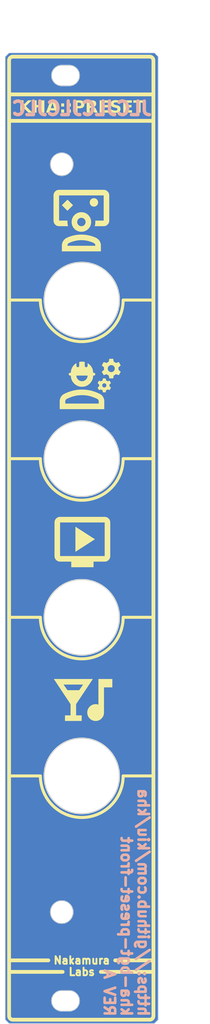
<source format=kicad_pcb>
(kicad_pcb (version 20221018) (generator pcbnew)
  (layers (0 "F.Cu" signal) (31 "B.Cu" signal) (34 "B.Paste" user) (35 "F.Paste" user) (36 "B.SilkS" user "B.Silkscreen") (37 "F.SilkS" user "F.Silkscreen") (38 "B.Mask" user) (39 "F.Mask" user) (44 "Edge.Cuts" user))
  (net 0 "")
  (gr_poly (pts (xy 72.951262 41.906684) (xy 72.98843 41.909234) (xy 73.024911 41.913484) (xy 73.060704 41.919435) (xy 73.095811 41.927086) (xy 73.13023 41.936436) (xy 73.163962 41.947487) (xy 73.197006 41.960239) (xy 73.229363 41.97469) (xy 73.261033 41.990841) (xy 73.292016 42.008693) (xy 73.322311 42.028245) (xy 73.351919 42.049497) (xy 73.38084 42.072449) (xy 73.409074 42.097101) (xy 73.43662 42.123453) (xy 73.462972 42.151) (xy 73.487624 42.179233) (xy 73.510576 42.208154) (xy 73.531828 42.237762) (xy 73.55138 42.268057) (xy 73.569232 42.29904) (xy 73.585383 42.33071) (xy 73.599835 42.363067) (xy 73.612586 42.396111) (xy 73.623637 42.429843) (xy 73.632988 42.464262) (xy 73.640638 42.499368) (xy 73.646589 42.535162) (xy 73.650839 42.571643) (xy 73.653389 42.608811) (xy 73.654239 42.646667) (xy 73.654239 45.980417) (xy 73.653389 46.018272) (xy 73.650839 46.055441) (xy 73.646589 46.091922) (xy 73.640638 46.127715) (xy 73.632988 46.162822) (xy 73.623637 46.197241) (xy 73.612586 46.230973) (xy 73.599835 46.264017) (xy 73.585383 46.296374) (xy 73.569232 46.328044) (xy 73.55138 46.359027) (xy 73.531828 46.389322) (xy 73.510576 46.41893) (xy 73.487624 46.447851) (xy 73.462972 46.476084) (xy 73.43662 46.503631) (xy 73.409074 46.529983) (xy 73.38084 46.554635) (xy 73.351919 46.577587) (xy 73.322311 46.598839) (xy 73.292016 46.618391) (xy 73.261033 46.636242) (xy 73.229363 46.652394) (xy 73.197006 46.666845) (xy 73.163962 46.679596) (xy 73.13023 46.690647) (xy 73.095811 46.699998) (xy 73.060704 46.707649) (xy 73.024911 46.713599) (xy 72.98843 46.71785) (xy 72.951262 46.7204) (xy 72.913406 46.72125) (xy 71.718812 46.72125) (xy 71.732124 46.674948) (xy 71.744278 46.628646) (xy 71.755275 46.582344) (xy 71.765114 46.536042) (xy 71.773796 46.48974) (xy 71.78132 46.443438) (xy 71.787687 46.397136) (xy 71.792896 46.350834) (xy 71.796947 46.304531) (xy 71.799841 46.258229) (xy 71.801577 46.211927) (xy 71.802156 46.165625) (xy 71.801577 46.119323) (xy 71.799841 46.073021) (xy 71.796947 46.026719) (xy 71.792896 45.980417) (xy 72.913406 45.980417) (xy 72.913406 42.646667) (xy 66.98674 42.646667) (xy 66.98674 45.980417) (xy 68.10725 45.980417) (xy 68.103199 46.026719) (xy 68.100305 46.073021) (xy 68.098568 46.119323) (xy 68.097989 46.165625) (xy 68.098568 46.211927) (xy 68.100305 46.258229) (xy 68.103199 46.304531) (xy 68.10725 46.350834) (xy 68.112459 46.397136) (xy 68.118826 46.443438) (xy 68.12635 46.48974) (xy 68.135031 46.536042) (xy 68.14487 46.582344) (xy 68.155867 46.628646) (xy 68.168021 46.674948) (xy 68.181333 46.72125) (xy 66.98674 46.72125) (xy 66.948884 46.7204) (xy 66.911716 46.71785) (xy 66.875235 46.713599) (xy 66.839441 46.707649) (xy 66.804335 46.699998) (xy 66.769916 46.690647) (xy 66.736184 46.679596) (xy 66.703139 46.666845) (xy 66.670782 46.652394) (xy 66.639112 46.636242) (xy 66.60813 46.618391) (xy 66.577834 46.598839) (xy 66.548226 46.577587) (xy 66.519306 46.554635) (xy 66.491072 46.529983) (xy 66.463526 46.503631) (xy 66.437174 46.476084) (xy 66.412521 46.447851) (xy 66.389569 46.41893) (xy 66.368317 46.389322) (xy 66.348766 46.359027) (xy 66.330914 46.328044) (xy 66.314763 46.296374) (xy 66.300311 46.264017) (xy 66.28756 46.230973) (xy 66.276509 46.197241) (xy 66.267158 46.162822) (xy 66.259508 46.127715) (xy 66.253557 46.091922) (xy 66.249307 46.055441) (xy 66.246756 46.018272) (xy 66.245906 45.980417) (xy 66.245906 42.646667) (xy 66.246756 42.608811) (xy 66.249307 42.571643) (xy 66.253557 42.535162) (xy 66.259508 42.499368) (xy 66.267158 42.464262) (xy 66.276509 42.429843) (xy 66.28756 42.396111) (xy 66.300311 42.363067) (xy 66.314763 42.33071) (xy 66.330914 42.29904) (xy 66.348766 42.268057) (xy 66.368317 42.237762) (xy 66.389569 42.208154) (xy 66.412521 42.179233) (xy 66.437174 42.151) (xy 66.463526 42.123453) (xy 66.491072 42.097101) (xy 66.519306 42.072449) (xy 66.548226 42.049497) (xy 66.577834 42.028245) (xy 66.60813 42.008693) (xy 66.639112 41.990841) (xy 66.670782 41.97469) (xy 66.703139 41.960239) (xy 66.736184 41.947487) (xy 66.769916 41.936436) (xy 66.804335 41.927086) (xy 66.839441 41.919435) (xy 66.875235 41.913484) (xy 66.911716 41.909234) (xy 66.948884 41.906684) (xy 66.98674 41.905834) (xy 72.913406 41.905834)) (fill solid) (layer "F.SilkS"))
  (gr_line (start 79.5 77.5) (end 75.5 77.5) (stroke (width 0.4)) (layer "F.SilkS"))
  (gr_poly (pts (xy 68.838823 43.943125) (xy 68.097989 44.683959) (xy 67.357156 43.943125) (xy 68.097989 43.202292)) (fill solid) (layer "F.SilkS"))
  (gr_arc (start 79.525 151.275001) (mid 79.378553 151.628554) (end 79.025 151.775001) (stroke (width 0.5)) (layer "F.SilkS"))
  (gr_line (start 67.46 145.441) (end 60.348 145.441) (stroke (width 0.5)) (layer "F.SilkS"))
  (gr_poly (pts (xy 70.016596 44.87065) (xy 70.081889 44.875099) (xy 70.145953 44.882515) (xy 70.208786 44.892897) (xy 70.270389 44.906245) (xy 70.330763 44.922559) (xy 70.389907 44.94184) (xy 70.44782 44.964086) (xy 70.504504 44.989299) (xy 70.559958 45.017478) (xy 70.614182 45.048624) (xy 70.667176 45.082735) (xy 70.718941 45.119813) (xy 70.769475 45.159857) (xy 70.818779 45.202867) (xy 70.866854 45.248844) (xy 70.91283 45.296918) (xy 70.955841 45.346223) (xy 70.995885 45.396757) (xy 71.032963 45.448522) (xy 71.067074 45.501516) (xy 71.09822 45.55574) (xy 71.126399 45.611194) (xy 71.151612 45.667878) (xy 71.173858 45.725791) (xy 71.193139 45.784935) (xy 71.209453 45.845309) (xy 71.222801 45.906912) (xy 71.233183 45.969746) (xy 71.240598 46.033809) (xy 71.245048 46.099102) (xy 71.246531 46.165625) (xy 71.245048 46.232148) (xy 71.240598 46.297441) (xy 71.233183 46.361504) (xy 71.222801 46.424338) (xy 71.209453 46.485941) (xy 71.193139 46.546315) (xy 71.173858 46.605458) (xy 71.151612 46.663372) (xy 71.126399 46.720056) (xy 71.09822 46.77551) (xy 71.067074 46.829734) (xy 71.032963 46.882728) (xy 70.995885 46.934493) (xy 70.955841 46.985027) (xy 70.91283 47.034332) (xy 70.866854 47.082406) (xy 70.818779 47.128383) (xy 70.769475 47.171393) (xy 70.718941 47.211438) (xy 70.667176 47.248515) (xy 70.614182 47.282627) (xy 70.559958 47.313772) (xy 70.504504 47.341951) (xy 70.44782 47.367164) (xy 70.389907 47.389411) (xy 70.330763 47.408691) (xy 70.270389 47.425006) (xy 70.208786 47.438354) (xy 70.145953 47.448735) (xy 70.081889 47.456151) (xy 70.016596 47.4606) (xy 69.950073 47.462083) (xy 69.88355 47.4606) (xy 69.818257 47.456151) (xy 69.754193 47.448735) (xy 69.69136 47.438354) (xy 69.629757 47.425006) (xy 69.569383 47.408691) (xy 69.510239 47.389411) (xy 69.452326 47.367164) (xy 69.395642 47.341951) (xy 69.340188 47.313772) (xy 69.285964 47.282627) (xy 69.232969 47.248515) (xy 69.181205 47.211438) (xy 69.130671 47.171393) (xy 69.081366 47.128383) (xy 69.033292 47.082406) (xy 68.987315 47.034332) (xy 68.944305 46.985027) (xy 68.904261 46.934493) (xy 68.867183 46.882728) (xy 68.833071 46.829734) (xy 68.801926 46.77551) (xy 68.773747 46.720056) (xy 68.748534 46.663372) (xy 68.726287 46.605458) (xy 68.707007 46.546315) (xy 68.690692 46.485941) (xy 68.677344 46.424338) (xy 68.666963 46.361504) (xy 68.659547 46.297441) (xy 68.655098 46.232148) (xy 68.653615 46.165625) (xy 69.394448 46.165625) (xy 69.395081 46.194293) (xy 69.39698 46.222417) (xy 69.400145 46.25) (xy 69.404576 46.277039) (xy 69.410274 46.303537) (xy 69.417237 46.329491) (xy 69.425467 46.354903) (xy 69.434962 46.379772) (xy 69.445724 46.404099) (xy 69.457751 46.427883) (xy 69.471045 46.451125) (xy 69.485605 46.473823) (xy 69.501431 46.49598) (xy 69.518523 46.517593) (xy 69.536881 46.538664) (xy 69.556505 46.559193) (xy 69.577034 46.578817) (xy 69.598105 46.597175) (xy 69.619718 46.614267) (xy 69.641875 46.630093) (xy 69.664574 46.644653) (xy 69.687815 46.657946) (xy 69.711599 46.669974) (xy 69.735926 46.680736) (xy 69.760795 46.690231) (xy 69.786207 46.698461) (xy 69.812161 46.705424) (xy 69.838659 46.711121) (xy 69.865698 46.715553) (xy 69.893281 46.718718) (xy 69.921405 46.720617) (xy 69.950073 46.72125) (xy 69.97874 46.720617) (xy 70.006865 46.718718) (xy 70.034448 46.715553) (xy 70.061487 46.711121) (xy 70.087984 46.705424) (xy 70.113939 46.698461) (xy 70.139351 46.690231) (xy 70.16422 46.680736) (xy 70.188547 46.669974) (xy 70.212331 46.657946) (xy 70.235572 46.644653) (xy 70.258271 46.630093) (xy 70.280427 46.614267) (xy 70.302041 46.597175) (xy 70.323112 46.578817) (xy 70.343641 46.559193) (xy 70.363265 46.538664) (xy 70.381623 46.517593) (xy 70.398715 46.49598) (xy 70.414541 46.473823) (xy 70.429101 46.451125) (xy 70.442394 46.427883) (xy 70.454422 46.404099) (xy 70.465184 46.379772) (xy 70.474679 46.354903) (xy 70.482909 46.329491) (xy 70.489872 46.303537) (xy 70.495569 46.277039) (xy 70.5 46.25) (xy 70.503166 46.222417) (xy 70.505065 46.194293) (xy 70.505698 46.165625) (xy 70.505065 46.136958) (xy 70.503166 46.108833) (xy 70.5 46.081251) (xy 70.495569 46.054211) (xy 70.489872 46.027714) (xy 70.482909 46.001759) (xy 70.474679 45.976347) (xy 70.465184 45.951478) (xy 70.454422 45.927151) (xy 70.442394 45.903367) (xy 70.429101 45.880126) (xy 70.414541 45.857427) (xy 70.398715 45.835271) (xy 70.381623 45.813657) (xy 70.363265 45.792586) (xy 70.343641 45.772057) (xy 70.323112 45.752433) (xy 70.302041 45.734075) (xy 70.280427 45.716983) (xy 70.258271 45.701157) (xy 70.235572 45.686597) (xy 70.212331 45.673304) (xy 70.188547 45.661276) (xy 70.16422 45.650514) (xy 70.139351 45.641019) (xy 70.113939 45.632789) (xy 70.087984 45.625826) (xy 70.061487 45.620129) (xy 70.034448 45.615698) (xy 70.006865 45.612532) (xy 69.97874 45.610633) (xy 69.950073 45.61) (xy 69.921405 45.610633) (xy 69.893281 45.612532) (xy 69.865698 45.615698) (xy 69.838659 45.620129) (xy 69.812161 45.625826) (xy 69.786207 45.632789) (xy 69.760795 45.641019) (xy 69.735926 45.650514) (xy 69.711599 45.661276) (xy 69.687815 45.673304) (xy 69.664574 45.686597) (xy 69.641875 45.701157) (xy 69.619718 45.716983) (xy 69.598105 45.734075) (xy 69.577034 45.752433) (xy 69.556505 45.772057) (xy 69.536881 45.792586) (xy 69.518523 45.813657) (xy 69.501431 45.835271) (xy 69.485605 45.857427) (xy 69.471045 45.880126) (xy 69.457751 45.903367) (xy 69.445724 45.927151) (xy 69.434962 45.951478) (xy 69.425467 45.976347) (xy 69.417237 46.001759) (xy 69.410274 46.027714) (xy 69.404576 46.054211) (xy 69.400145 46.081251) (xy 69.39698 46.108833) (xy 69.395081 46.136958) (xy 69.394448 46.165625) (xy 68.653615 46.165625) (xy 68.655098 46.099102) (xy 68.659547 46.033809) (xy 68.666963 45.969746) (xy 68.677344 45.906912) (xy 68.690692 45.845309) (xy 68.707007 45.784935) (xy 68.726287 45.725791) (xy 68.748534 45.667878) (xy 68.773747 45.611194) (xy 68.801926 45.55574) (xy 68.833071 45.501516) (xy 68.867183 45.448522) (xy 68.904261 45.396757) (xy 68.944305 45.346223) (xy 68.987315 45.296918) (xy 69.033292 45.248844) (xy 69.081366 45.202867) (xy 69.130671 45.159857) (xy 69.181205 45.119813) (xy 69.232969 45.082735) (xy 69.285964 45.048624) (xy 69.340188 45.017478) (xy 69.395642 44.989299) (xy 69.452326 44.964086) (xy 69.510239 44.94184) (xy 69.569383 44.922559) (xy 69.629757 44.906245) (xy 69.69136 44.892897) (xy 69.754193 44.882515) (xy 69.818257 44.875099) (xy 69.88355 44.87065) (xy 69.950073 44.869167)) (fill solid) (layer "F.SilkS"))
  (gr_line (start 79.5 119.5) (end 75.5 119.5) (stroke (width 0.4)) (layer "F.SilkS"))
  (gr_line (start 65.555 143.917) (end 60.348 143.917) (stroke (width 0.5)) (layer "F.SilkS"))
  (gr_poly (pts (xy 74.065416 107.7775) (xy 72.954166 107.7775) (xy 72.954166 111.11125) (xy 72.9529 111.168585) (xy 72.949102 111.224835) (xy 72.942771 111.28) (xy 72.933909 111.334079) (xy 72.922514 111.387073) (xy 72.908588 111.438982) (xy 72.892129 111.489806) (xy 72.873138 111.539545) (xy 72.851614 111.588198) (xy 72.827559 111.635766) (xy 72.800972 111.682249) (xy 72.771852 111.727647) (xy 72.7402 111.771959) (xy 72.706016 111.815186) (xy 72.6693 111.857328) (xy 72.630052 111.898385) (xy 72.588995 111.937633) (xy 72.546853 111.97435) (xy 72.503625 112.008534) (xy 72.459313 112.040185) (xy 72.413915 112.069305) (xy 72.367432 112.095893) (xy 72.319864 112.119948) (xy 72.271211 112.141471) (xy 72.221472 112.160462) (xy 72.170648 112.176921) (xy 72.118739 112.190848) (xy 72.065745 112.202243) (xy 72.011666 112.211105) (xy 71.956501 112.217436) (xy 71.900251 112.221234) (xy 71.842916 112.2225) (xy 71.785581 112.221234) (xy 71.729332 112.217436) (xy 71.674167 112.211105) (xy 71.620088 112.202243) (xy 71.567094 112.190848) (xy 71.515185 112.176921) (xy 71.464361 112.160462) (xy 71.414622 112.141471) (xy 71.365969 112.119948) (xy 71.318401 112.095893) (xy 71.271918 112.069305) (xy 71.22652 112.040185) (xy 71.182207 112.008534) (xy 71.13898 111.97435) (xy 71.096838 111.937633) (xy 71.055781 111.898385) (xy 71.016533 111.857328) (xy 70.979817 111.815186) (xy 70.945633 111.771959) (xy 70.913981 111.727647) (xy 70.884861 111.682249) (xy 70.858274 111.635766) (xy 70.834218 111.588198) (xy 70.812695 111.539545) (xy 70.793704 111.489806) (xy 70.777245 111.438982) (xy 70.763318 111.387073) (xy 70.751924 111.334079) (xy 70.743061 111.28) (xy 70.736731 111.224835) (xy 70.732933 111.168585) (xy 70.731667 111.11125) (xy 70.732933 111.053915) (xy 70.736731 110.997665) (xy 70.743061 110.942501) (xy 70.751924 110.888421) (xy 70.763318 110.835427) (xy 70.777245 110.783518) (xy 70.793704 110.732694) (xy 70.812695 110.682956) (xy 70.834218 110.634302) (xy 70.858274 110.586734) (xy 70.884861 110.540251) (xy 70.913981 110.494854) (xy 70.945633 110.450541) (xy 70.979817 110.407314) (xy 71.016533 110.365172) (xy 71.055781 110.324115) (xy 71.096838 110.284866) (xy 71.13898 110.24815) (xy 71.182207 110.213966) (xy 71.22652 110.182314) (xy 71.271918 110.153195) (xy 71.318401 110.126607) (xy 71.365969 110.102552) (xy 71.414622 110.081028) (xy 71.464361 110.062037) (xy 71.515185 110.045578) (xy 71.567094 110.031652) (xy 71.620088 110.020257) (xy 71.674167 110.011395) (xy 71.729332 110.005064) (xy 71.785581 110.001266) (xy 71.842916 110) (xy 71.868238 110.000217) (xy 71.89327 110.000868) (xy 71.918012 110.001953) (xy 71.942466 110.003473) (xy 71.96663 110.005426) (xy 71.990504 110.007814) (xy 72.01409 110.010635) (xy 72.037385 110.013891) (xy 72.048925 110.015754) (xy 72.060392 110.01787) (xy 72.071786 110.020239) (xy 72.083109 110.022862) (xy 72.094358 110.025737) (xy 72.105536 110.028866) (xy 72.116641 110.032249) (xy 72.127674 110.035884) (xy 72.138635 110.039773) (xy 72.149523 110.043915) (xy 72.160339 110.04831) (xy 72.171083 110.052958) (xy 72.181754 110.057859) (xy 72.192353 110.063014) (xy 72.202879 110.068422) (xy 72.213333 110.074083) (xy 72.213333 106.66625) (xy 74.065416 106.66625)) (fill solid) (layer "F.SilkS"))
  (gr_line (start 79.525 24.774999) (end 79.525 151.275001) (stroke (width 0.5)) (layer "F.SilkS"))
  (gr_line (start 64.5 98.5) (end 60.5 98.5) (stroke (width 0.4)) (layer "F.SilkS"))
  (gr_line (start 79.525 143.917) (end 74.445 143.917) (stroke (width 0.5)) (layer "F.SilkS"))
  (gr_line (start 79.5 98.5) (end 75.5 98.5) (stroke (width 0.4)) (layer "F.SilkS"))
  (gr_poly (pts (xy 70.207449 68.354687) (xy 70.380069 68.362501) (xy 70.548927 68.375523) (xy 70.714022 68.393755) (xy 70.875356 68.417195) (xy 71.032928 68.445845) (xy 71.186738 68.479703) (xy 71.336785 68.518771) (xy 71.483071 68.5616) (xy 71.625595 68.606745) (xy 71.764356 68.654204) (xy 71.899356 68.703979) (xy 72.030593 68.756069) (xy 72.158069 68.810474) (xy 72.281782 68.867194) (xy 72.401733 68.926229) (xy 72.43599 68.944099) (xy 72.469306 68.962981) (xy 72.501681 68.982877) (xy 72.533116 69.003785) (xy 72.56361 69.025706) (xy 72.593164 69.04864) (xy 72.621777 69.072587) (xy 72.64945 69.097547) (xy 72.676182 69.123519) (xy 72.701973 69.150505) (xy 72.726825 69.178503) (xy 72.750735 69.207514) (xy 72.773705 69.237538) (xy 72.795735 69.268575) (xy 72.816824 69.300625) (xy 72.836973 69.333688) (xy 72.856036 69.367401) (xy 72.87387 69.401404) (xy 72.890473 69.435697) (xy 72.905847 69.470279) (xy 72.919991 69.50515) (xy 72.932905 69.540311) (xy 72.944589 69.575761) (xy 72.955043 69.6115) (xy 72.964267 69.647529) (xy 72.972262 69.683847) (xy 72.979026 69.720454) (xy 72.984561 69.757351) (xy 72.988865 69.794538) (xy 72.99194 69.832013) (xy 72.993785 69.869778) (xy 72.9944 69.907833) (xy 72.9944 70.944999) (xy 67.067733 70.944999) (xy 67.067733 70.204166) (xy 67.808567 70.204166) (xy 72.253567 70.204166) (xy 72.253567 69.907833) (xy 72.253368 69.895172) (xy 72.252771 69.882656) (xy 72.251776 69.870285) (xy 72.250384 69.858058) (xy 72.248593 69.845976) (xy 72.246404 69.834039) (xy 72.243818 69.822247) (xy 72.240834 69.810599) (xy 72.237451 69.799096) (xy 72.233671 69.787737) (xy 72.229493 69.776523) (xy 72.224917 69.765454) (xy 72.219943 69.75453) (xy 72.214572 69.74375) (xy 72.208802 69.733115) (xy 72.202634 69.722625) (xy 72.196141 69.712352) (xy 72.189395 69.702368) (xy 72.182395 69.692673) (xy 72.175142 69.683268) (xy 72.167636 69.674152) (xy 72.159877 69.665326) (xy 72.151865 69.656789) (xy 72.143599 69.648542) (xy 72.13508 69.640583) (xy 72.126308 69.632915) (xy 72.117283 69.625535) (xy 72.108004 69.618445) (xy 72.098473 69.611645) (xy 72.088688 69.605133) (xy 72.07865 69.598912) (xy 72.068358 69.592979) (xy 71.982048 69.551307) (xy 71.889806 69.509635) (xy 71.791631 69.467963) (xy 71.687524 69.426291) (xy 71.577484 69.38462) (xy 71.461512 69.342948) (xy 71.339607 69.301276) (xy 71.21177 69.259604) (xy 71.145844 69.239419) (xy 71.078868 69.220536) (xy 71.010844 69.202956) (xy 70.941771 69.186678) (xy 70.800477 69.158029) (xy 70.654987 69.134588) (xy 70.505301 69.116357) (xy 70.351419 69.103334) (xy 70.193341 69.095521) (xy 70.031067 69.092916) (xy 69.868792 69.095521) (xy 69.710714 69.103334) (xy 69.556832 69.116357) (xy 69.407146 69.134588) (xy 69.261656 69.158029) (xy 69.120363 69.186678) (xy 68.983265 69.220536) (xy 68.850364 69.259604) (xy 68.722526 69.301276) (xy 68.600622 69.342948) (xy 68.484649 69.38462) (xy 68.37461 69.426291) (xy 68.270502 69.467963) (xy 68.172328 69.509635) (xy 68.080085 69.551307) (xy 67.993775 69.592979) (xy 67.983484 69.598912) (xy 67.973446 69.605133) (xy 67.963661 69.611645) (xy 67.954129 69.618445) (xy 67.94485 69.625535) (xy 67.935825 69.632915) (xy 67.927053 69.640583) (xy 67.918534 69.648542) (xy 67.910269 69.656789) (xy 67.902256 69.665326) (xy 67.894497 69.674152) (xy 67.886991 69.683268) (xy 67.879738 69.692673) (xy 67.872739 69.702368) (xy 67.865992 69.712352) (xy 67.859499 69.722625) (xy 67.853332 69.733115) (xy 67.847562 69.74375) (xy 67.84219 69.75453) (xy 67.837216 69.765454) (xy 67.83264 69.776523) (xy 67.828462 69.787737) (xy 67.824682 69.799096) (xy 67.8213 69.810599) (xy 67.818316 69.822247) (xy 67.815729 69.834039) (xy 67.813541 69.845976) (xy 67.81175 69.858058) (xy 67.810357 69.870285) (xy 67.809363 69.882656) (xy 67.808766 69.895172) (xy 67.808567 69.907833) (xy 67.808567 70.204166) (xy 67.067733 70.204166) (xy 67.067733 69.907833) (xy 67.068348 69.869778) (xy 67.070193 69.832013) (xy 67.073268 69.794538) (xy 67.077573 69.757351) (xy 67.083107 69.720454) (xy 67.089872 69.683847) (xy 67.097866 69.647529) (xy 67.10709 69.6115) (xy 67.117544 69.575761) (xy 67.129228 69.540311) (xy 67.142142 69.50515) (xy 67.156286 69.470279) (xy 67.17166 69.435697) (xy 67.188264 69.401404) (xy 67.206097 69.367401) (xy 67.225161 69.333688) (xy 67.245309 69.300625) (xy 67.266398 69.268575) (xy 67.288428 69.237538) (xy 67.311398 69.207514) (xy 67.335309 69.178503) (xy 67.36016 69.150505) (xy 67.385952 69.123519) (xy 67.412684 69.097547) (xy 67.440357 69.072587) (xy 67.46897 69.04864) (xy 67.498524 69.025706) (xy 67.529018 69.003785) (xy 67.560453 68.982877) (xy 67.592828 68.962981) (xy 67.626144 68.944099) (xy 67.6604 68.926229) (xy 67.780351 68.867194) (xy 67.904065 68.810474) (xy 68.03154 68.756069) (xy 68.162778 68.703979) (xy 68.297777 68.654204) (xy 68.436539 68.606745) (xy 68.579062 68.5616) (xy 68.725348 68.518771) (xy 68.875396 68.479703) (xy 69.029205 68.445845) (xy 69.186777 68.417195) (xy 69.348111 68.393755) (xy 69.513207 68.375523) (xy 69.682065 68.362501) (xy 69.854685 68.354687) (xy 70.031067 68.352083)) (fill solid) (layer "F.SilkS"))
  (gr_arc (start 60.340001 24.774999) (mid 60.486448 24.421447) (end 60.84 24.275) (stroke (width 0.5)) (layer "F.SilkS"))
  (gr_line (start 64.5 119.5) (end 60.5 119.5) (stroke (width 0.4)) (layer "F.SilkS"))
  (gr_arc (start 75.5 77.5) (mid 70 83) (end 64.5 77.5) (stroke (width 0.4)) (layer "F.SilkS"))
  (gr_poly (pts (xy 70.056388 64.648134) (xy 70.08142 64.648785) (xy 70.106163 64.64987) (xy 70.130616 64.651389) (xy 70.15478 64.653343) (xy 70.178655 64.65573) (xy 70.20224 64.658552) (xy 70.225535 64.661807) (xy 70.248542 64.665497) (xy 70.271259 64.669621) (xy 70.293686 64.674179) (xy 70.315825 64.679171) (xy 70.337673 64.684597) (xy 70.359233 64.690457) (xy 70.380503 64.696751) (xy 70.401483 64.703479) (xy 70.401483 65.203542) (xy 70.401682 65.213833) (xy 70.402279 65.223871) (xy 70.403274 65.233656) (xy 70.404667 65.243188) (xy 70.406457 65.252466) (xy 70.408646 65.261491) (xy 70.411232 65.270264) (xy 70.414217 65.278782) (xy 70.417599 65.287048) (xy 70.421379 65.29506) (xy 70.425557 65.30282) (xy 70.430133 65.310326) (xy 70.435107 65.317578) (xy 70.440479 65.324578) (xy 70.446248 65.331324) (xy 70.452416 65.337818) (xy 70.458909 65.343985) (xy 70.465655 65.349755) (xy 70.472655 65.355127) (xy 70.479908 65.360101) (xy 70.487414 65.364676) (xy 70.495173 65.368855) (xy 70.503185 65.372635) (xy 70.511451 65.376017) (xy 70.51997 65.379001) (xy 70.528742 65.381588) (xy 70.537767 65.383776) (xy 70.547045 65.385567) (xy 70.556577 65.386959) (xy 70.566362 65.387954) (xy 70.5764 65.388551) (xy 70.586692 65.38875) (xy 70.596983 65.388551) (xy 70.607021 65.387954) (xy 70.616806 65.386959) (xy 70.626338 65.385567) (xy 70.635616 65.383776) (xy 70.644642 65.381588) (xy 70.653414 65.379001) (xy 70.661933 65.376017) (xy 70.670198 65.372635) (xy 70.678211 65.368855) (xy 70.68597 65.364676) (xy 70.693476 65.360101) (xy 70.700729 65.355127) (xy 70.707728 65.349755) (xy 70.714475 65.343985) (xy 70.720968 65.337818) (xy 70.727135 65.331324) (xy 70.732905 65.324578) (xy 70.738277 65.317578) (xy 70.74325 65.310326) (xy 70.747826 65.30282) (xy 70.752004 65.29506) (xy 70.755785 65.287048) (xy 70.759167 65.278782) (xy 70.762151 65.270264) (xy 70.764738 65.261491) (xy 70.766926 65.252466) (xy 70.768717 65.243188) (xy 70.770109 65.233656) (xy 70.771104 65.223871) (xy 70.771701 65.213833) (xy 70.7719 65.203542) (xy 70.7719 64.851646) (xy 70.813065 64.876497) (xy 70.853218 64.902433) (xy 70.892358 64.929455) (xy 70.930485 64.957562) (xy 70.967599 64.986754) (xy 71.0037 65.017031) (xy 71.038788 65.048393) (xy 71.072864 65.080841) (xy 71.105926 65.114374) (xy 71.137976 65.148992) (xy 71.169013 65.184695) (xy 71.199037 65.221484) (xy 71.228048 65.259357) (xy 71.256046 65.298316) (xy 71.283032 65.33836) (xy 71.309004 65.37949) (xy 71.333674 65.421487) (xy 71.356753 65.464136) (xy 71.37824 65.507435) (xy 71.398136 65.551386) (xy 71.416439 65.595988) (xy 71.433152 65.641241) (xy 71.448272 65.687145) (xy 71.461801 65.7337) (xy 71.473738 65.780907) (xy 71.484084 65.828764) (xy 71.492838 65.877273) (xy 71.5 65.926433) (xy 71.505571 65.976244) (xy 71.50955 66.026706) (xy 71.511938 66.077819) (xy 71.512733 66.129583) (xy 71.605337 66.129583) (xy 71.615629 66.129782) (xy 71.625667 66.130379) (xy 71.635452 66.131374) (xy 71.644984 66.132766) (xy 71.654262 66.134557) (xy 71.663287 66.136746) (xy 71.672059 66.139332) (xy 71.680578 66.142316) (xy 71.688844 66.145698) (xy 71.696856 66.149479) (xy 71.704616 66.153657) (xy 71.712122 66.158233) (xy 71.719374 66.163206) (xy 71.726374 66.168578) (xy 71.73312 66.174348) (xy 71.739613 66.180516) (xy 71.745781 66.187009) (xy 71.751551 66.193755) (xy 71.756923 66.200755) (xy 71.761896 66.208008) (xy 71.766472 66.215514) (xy 71.77065 66.223273) (xy 71.774431 66.231285) (xy 71.777813 66.239551) (xy 71.780797 66.24807) (xy 71.783383 66.256842) (xy 71.785572 66.265867) (xy 71.787363 66.275145) (xy 71.788755 66.284677) (xy 71.78975 66.294462) (xy 71.790347 66.3045) (xy 71.790546 66.314792) (xy 71.790347 66.325083) (xy 71.78975 66.335121) (xy 71.788755 66.344906) (xy 71.787363 66.354438) (xy 71.785572 66.363716) (xy 71.783383 66.372741) (xy 71.780797 66.381513) (xy 71.777813 66.390032) (xy 71.774431 66.398298) (xy 71.77065 66.40631) (xy 71.766472 66.41407) (xy 71.761896 66.421576) (xy 71.756923 66.428828) (xy 71.751551 66.435828) (xy 71.745781 66.442574) (xy 71.739613 66.449067) (xy 71.73312 66.455235) (xy 71.726374 66.461005) (xy 71.719374 66.466377) (xy 71.712122 66.47135) (xy 71.704616 66.475926) (xy 71.696856 66.480104) (xy 71.688844 66.483885) (xy 71.680578 66.487267) (xy 71.672059 66.490251) (xy 71.663287 66.492838) (xy 71.654262 66.495026) (xy 71.644984 66.496817) (xy 71.635452 66.498209) (xy 71.625667 66.499204) (xy 71.615629 66.499801) (xy 71.605337 66.5) (xy 71.512733 66.5) (xy 71.511033 66.575711) (xy 71.505933 66.650048) (xy 71.497432 66.72301) (xy 71.485531 66.794597) (xy 71.47023 66.86481) (xy 71.451528 66.933648) (xy 71.429426 67.001111) (xy 71.403924 67.0672) (xy 71.375021 67.131915) (xy 71.342718 67.195255) (xy 71.307015 67.25722) (xy 71.267911 67.317811) (xy 71.225407 67.377027) (xy 71.179503 67.434868) (xy 71.130199 67.491335) (xy 71.077494 67.546427) (xy 71.022402 67.599132) (xy 70.965935 67.648436) (xy 70.908093 67.694341) (xy 70.848877 67.736844) (xy 70.788287 67.775948) (xy 70.726321 67.811651) (xy 70.662982 67.843954) (xy 70.598267 67.872857) (xy 70.532178 67.898359) (xy 70.464715 67.920461) (xy 70.395876 67.939163) (xy 70.325664 67.954464) (xy 70.254076 67.966365) (xy 70.181114 67.974866) (xy 70.106778 67.979966) (xy 70.031067 67.981667) (xy 69.955356 67.979966) (xy 69.881019 67.974866) (xy 69.808057 67.966365) (xy 69.73647 67.954464) (xy 69.666257 67.939163) (xy 69.597419 67.920461) (xy 69.529955 67.898359) (xy 69.463866 67.872857) (xy 69.399152 67.843954) (xy 69.335812 67.811651) (xy 69.273847 67.775948) (xy 69.213256 67.736844) (xy 69.15404 67.694341) (xy 69.096199 67.648436) (xy 69.039732 67.599132) (xy 68.98464 67.546427) (xy 68.931935 67.491335) (xy 68.88263 67.434868) (xy 68.836726 67.377027) (xy 68.794222 67.317811) (xy 68.755119 67.25722) (xy 68.719416 67.195255) (xy 68.687113 67.131915) (xy 68.65821 67.0672) (xy 68.632708 67.001111) (xy 68.610606 66.933648) (xy 68.591904 66.86481) (xy 68.576603 66.794597) (xy 68.564701 66.72301) (xy 68.556201 66.650048) (xy 68.5511 66.575711) (xy 68.5494 66.5) (xy 69.290233 66.5) (xy 69.291084 66.537855) (xy 69.293634 66.575024) (xy 69.297884 66.611505) (xy 69.303835 66.647298) (xy 69.311485 66.682405) (xy 69.320836 66.716824) (xy 69.331887 66.750556) (xy 69.344638 66.7836) (xy 69.35909 66.815957) (xy 69.375241 66.847627) (xy 69.393093 66.87861) (xy 69.412645 66.908905) (xy 69.433896 66.938513) (xy 69.456849 66.967434) (xy 69.481501 66.995667) (xy 69.507853 67.023213) (xy 69.535399 67.049566) (xy 69.563633 67.074218) (xy 69.592553 67.09717) (xy 69.622161 67.118422) (xy 69.652457 67.137974) (xy 69.683439 67.155826) (xy 69.715109 67.171977) (xy 69.747466 67.186428) (xy 69.780511 67.19918) (xy 69.814243 67.210231) (xy 69.848662 67.219581) (xy 69.883768 67.227232) (xy 69.919562 67.233183) (xy 69.956043 67.237433) (xy 69.993211 67.239983) (xy 70.031067 67.240833) (xy 70.068922 67.239983) (xy 70.106091 67.237433) (xy 70.142572 67.233183) (xy 70.178365 67.227232) (xy 70.213472 67.219581) (xy 70.247891 67.210231) (xy 70.281623 67.19918) (xy 70.314667 67.186428) (xy 70.347024 67.171977) (xy 70.378694 67.155826) (xy 70.409677 67.137974) (xy 70.439972 67.118422) (xy 70.46958 67.09717) (xy 70.498501 67.074218) (xy 70.526734 67.049566) (xy 70.55428 67.023213) (xy 70.580633 66.995667) (xy 70.605285 66.967434) (xy 70.628237 66.938513) (xy 70.649489 66.908905) (xy 70.669041 66.87861) (xy 70.686892 66.847627) (xy 70.703044 66.815957) (xy 70.717495 66.7836) (xy 70.730246 66.750556) (xy 70.741297 66.716824) (xy 70.750648 66.682405) (xy 70.758299 66.647298) (xy 70.764249 66.611505) (xy 70.7685 66.575024) (xy 70.77105 66.537855) (xy 70.7719 66.5) (xy 69.290233 66.5) (xy 68.5494 66.5) (xy 68.456796 66.5) (xy 68.446505 66.499801) (xy 68.436466 66.499204) (xy 68.426682 66.498209) (xy 68.41715 66.496817) (xy 68.407871 66.495026) (xy 68.398846 66.492838) (xy 68.390074 66.490251) (xy 68.381555 66.487267) (xy 68.373289 66.483885) (xy 68.365277 66.480104) (xy 68.357518 66.475926) (xy 68.350012 66.47135) (xy 68.342759 66.466377) (xy 68.335759 66.461005) (xy 68.329013 66.455235) (xy 68.32252 66.449067) (xy 68.316352 66.442574) (xy 68.310583 66.435828) (xy 68.305211 66.428828) (xy 68.300237 66.421576) (xy 68.295661 66.41407) (xy 68.291483 66.40631) (xy 68.287703 66.398298) (xy 68.284321 66.390032) (xy 68.281336 66.381513) (xy 68.27875 66.372741) (xy 68.276561 66.363716) (xy 68.274771 66.354438) (xy 68.273378 66.344906) (xy 68.272383 66.335121) (xy 68.271787 66.325083) (xy 68.271588 66.314792) (xy 68.271787 66.3045) (xy 68.272383 66.294462) (xy 68.273378 66.284677) (xy 68.274771 66.275145) (xy 68.276561 66.265867) (xy 68.27875 66.256842) (xy 68.281336 66.24807) (xy 68.284321 66.239551) (xy 68.287703 66.231285) (xy 68.291483 66.223273) (xy 68.295661 66.215514) (xy 68.300237 66.208008) (xy 68.305211 66.200755) (xy 68.310583 66.193755) (xy 68.316352 66.187009) (xy 68.32252 66.180516) (xy 68.329013 66.174348) (xy 68.335759 66.168578) (xy 68.342759 66.163206) (xy 68.350012 66.158233) (xy 68.357518 66.153657) (xy 68.365277 66.149479) (xy 68.373289 66.145698) (xy 68.381555 66.142316) (xy 68.390074 66.139332) (xy 68.398846 66.136746) (xy 68.407871 66.134557) (xy 68.41715 66.132766) (xy 68.426682 66.131374) (xy 68.436466 66.130379) (xy 68.446505 66.129782) (xy 68.456796 66.129583) (xy 68.5494 66.129583) (xy 68.550196 66.077819) (xy 68.552583 66.026706) (xy 68.556562 65.976244) (xy 68.562133 65.926433) (xy 68.569295 65.877273) (xy 68.578049 65.828764) (xy 68.588395 65.780907) (xy 68.600332 65.7337) (xy 68.613861 65.687145) (xy 68.628982 65.641241) (xy 68.645694 65.595988) (xy 68.663998 65.551386) (xy 68.683893 65.507435) (xy 68.70538 65.464136) (xy 68.728459 65.421487) (xy 68.753129 65.37949) (xy 68.779102 65.33836) (xy 68.806087 65.298316) (xy 68.834086 65.259357) (xy 68.863097 65.221484) (xy 68.893121 65.184695) (xy 68.924158 65.148992) (xy 68.956207 65.114374) (xy 68.98927 65.080841) (xy 69.023345 65.048393) (xy 69.058434 65.017031) (xy 69.094535 64.986754) (xy 69.131649 64.957562) (xy 69.169776 64.929455) (xy 69.208915 64.902433) (xy 69.249068 64.876497) (xy 69.290233 64.851646) (xy 69.290233 65.203542) (xy 69.290432 65.213833) (xy 69.291029 65.223871) (xy 69.292024 65.233656) (xy 69.293417 65.243188) (xy 69.295207 65.252466) (xy 69.297396 65.261491) (xy 69.299982 65.270264) (xy 69.302967 65.278782) (xy 69.306349 65.287048) (xy 69.310129 65.29506) (xy 69.314307 65.30282) (xy 69.318883 65.310326) (xy 69.323857 65.317578) (xy 69.329228 65.324578) (xy 69.334998 65.331324) (xy 69.341166 65.337818) (xy 69.347659 65.343985) (xy 69.354405 65.349755) (xy 69.361405 65.355127) (xy 69.368657 65.360101) (xy 69.376163 65.364676) (xy 69.383923 65.368855) (xy 69.391935 65.372635) (xy 69.400201 65.376017) (xy 69.40872 65.379001) (xy 69.417492 65.381588) (xy 69.426517 65.383776) (xy 69.435796 65.385567) (xy 69.445327 65.386959) (xy 69.455112 65.387954) (xy 69.46515 65.388551) (xy 69.475442 65.38875) (xy 69.485733 65.388551) (xy 69.495771 65.387954) (xy 69.505556 65.386959) (xy 69.515088 65.385567) (xy 69.524366 65.383776) (xy 69.533392 65.381588) (xy 69.542164 65.379001) (xy 69.550683 65.376017) (xy 69.558948 65.372635) (xy 69.566961 65.368855) (xy 69.57472 65.364676) (xy 69.582226 65.360101) (xy 69.589479 65.355127) (xy 69.596478 65.349755) (xy 69.603225 65.343985) (xy 69.609718 65.337818) (xy 69.615885 65.331324) (xy 69.621655 65.324578) (xy 69.627027 65.317578) (xy 69.632001 65.310326) (xy 69.636577 65.30282) (xy 69.640755 65.29506) (xy 69.644535 65.287048) (xy 69.647917 65.278782) (xy 69.650901 65.270264) (xy 69.653488 65.261491) (xy 69.655676 65.252466) (xy 69.657467 65.243188) (xy 69.658859 65.233656) (xy 69.659854 65.223871) (xy 69.660451 65.213833) (xy 69.66065 65.203542) (xy 69.66065 64.703479) (xy 69.681631 64.696751) (xy 69.702901 64.690457) (xy 69.72446 64.684597) (xy 69.746309 64.679171) (xy 69.768447 64.674179) (xy 69.790875 64.669621) (xy 69.813592 64.665497) (xy 69.836598 64.661807) (xy 69.859894 64.658552) (xy 69.883479 64.65573) (xy 69.907353 64.653343) (xy 69.931517 64.651389) (xy 69.95597 64.64987) (xy 69.980713 64.648785) (xy 70.005745 64.648134) (xy 70.031067 64.647917)) (fill solid) (layer "F.SilkS"))
  (gr_poly (pts (xy 73.235171 67.148229) (xy 73.249062 67.153004) (xy 73.262952 67.158068) (xy 73.276843 67.163422) (xy 73.290733 67.169065) (xy 73.304624 67.174997) (xy 73.318515 67.181219) (xy 73.332405 67.187731) (xy 73.346296 67.194531) (xy 73.359897 67.201621) (xy 73.372919 67.209) (xy 73.379214 67.212799) (xy 73.385363 67.216669) (xy 73.391368 67.220612) (xy 73.397228 67.224627) (xy 73.402943 67.228715) (xy 73.408514 67.232875) (xy 73.41394 67.237107) (xy 73.419221 67.241412) (xy 73.424358 67.245789) (xy 73.42935 67.250238) (xy 73.434197 67.25476) (xy 73.4389 67.259354) (xy 73.698192 67.16675) (xy 73.8834 67.500125) (xy 73.679671 67.685333) (xy 73.679671 67.907583) (xy 73.8834 68.092791) (xy 73.698192 68.426166) (xy 73.4389 68.333562) (xy 73.433094 68.33926) (xy 73.427252 68.344776) (xy 73.421374 68.350112) (xy 73.41546 68.355267) (xy 73.409509 68.36024) (xy 73.403522 68.365033) (xy 73.3975 68.369646) (xy 73.391441 68.374077) (xy 73.385345 68.378327) (xy 73.379214 68.382397) (xy 73.373046 68.386285) (xy 73.366842 68.389993) (xy 73.360603 68.39352) (xy 73.354326 68.396866) (xy 73.348014 68.400031) (xy 73.341665 68.403015) (xy 73.32886 68.408731) (xy 73.31591 68.414301) (xy 73.302815 68.419727) (xy 73.289576 68.425009) (xy 73.276192 68.430145) (xy 73.262663 68.435137) (xy 73.248989 68.439985) (xy 73.235171 68.444687) (xy 73.179608 68.7225) (xy 72.809191 68.7225) (xy 72.753629 68.444687) (xy 72.739811 68.439985) (xy 72.726138 68.435137) (xy 72.712609 68.430145) (xy 72.699224 68.425009) (xy 72.685985 68.419727) (xy 72.67289 68.414301) (xy 72.65994 68.408731) (xy 72.647134 68.403015) (xy 72.640786 68.400031) (xy 72.634474 68.396866) (xy 72.628197 68.39352) (xy 72.621957 68.389993) (xy 72.615754 68.386285) (xy 72.609586 68.382397) (xy 72.603455 68.378327) (xy 72.597359 68.374077) (xy 72.5913 68.369646) (xy 72.585277 68.365033) (xy 72.579291 68.36024) (xy 72.57334 68.355267) (xy 72.567426 68.350112) (xy 72.561547 68.344776) (xy 72.555705 68.33926) (xy 72.5499 68.333562) (xy 72.290608 68.426166) (xy 72.1054 68.092791) (xy 72.309129 67.907583) (xy 72.309129 67.796458) (xy 72.716588 67.796458) (xy 72.716913 67.81024) (xy 72.71789 67.823805) (xy 72.719518 67.837153) (xy 72.721797 67.850284) (xy 72.724727 67.863198) (xy 72.728308 67.875895) (xy 72.73254 67.888375) (xy 72.737424 67.900638) (xy 72.742958 67.912684) (xy 72.749144 67.924512) (xy 72.755981 67.936124) (xy 72.763468 67.947519) (xy 72.771608 67.958696) (xy 72.780398 67.969657) (xy 72.789839 67.9804) (xy 72.799931 67.990927) (xy 72.810458 68.001019) (xy 72.821201 68.010461) (xy 72.832162 68.019251) (xy 72.843339 68.02739) (xy 72.854734 68.034878) (xy 72.866346 68.041715) (xy 72.878174 68.0479) (xy 72.89022 68.053435) (xy 72.902483 68.058318) (xy 72.914963 68.06255) (xy 72.92766 68.066132) (xy 72.940574 68.069062) (xy 72.953705 68.071341) (xy 72.967053 68.072968) (xy 72.980618 68.073945) (xy 72.9944 68.074271) (xy 73.008182 68.073945) (xy 73.021747 68.072968) (xy 73.035095 68.071341) (xy 73.048226 68.069062) (xy 73.06114 68.066132) (xy 73.073837 68.06255) (xy 73.086317 68.058318) (xy 73.09858 68.053435) (xy 73.110625 68.0479) (xy 73.122454 68.041715) (xy 73.134066 68.034878) (xy 73.145461 68.02739) (xy 73.156638 68.019251) (xy 73.167599 68.010461) (xy 73.178342 68.001019) (xy 73.188869 67.990927) (xy 73.198961 67.9804) (xy 73.208402 67.969657) (xy 73.217193 67.958696) (xy 73.225332 67.947519) (xy 73.232819 67.936124) (xy 73.239656 67.924512) (xy 73.245842 67.912684) (xy 73.251377 67.900638) (xy 73.25626 67.888375) (xy 73.260492 67.875895) (xy 73.264073 67.863198) (xy 73.267004 67.850284) (xy 73.269283 67.837153) (xy 73.27091 67.823805) (xy 73.271887 67.81024) (xy 73.272213 67.796458) (xy 73.271887 67.782676) (xy 73.27091 67.769111) (xy 73.269283 67.755763) (xy 73.267004 67.742632) (xy 73.264073 67.729718) (xy 73.260492 67.717021) (xy 73.25626 67.704541) (xy 73.251377 67.692279) (xy 73.245842 67.680233) (xy 73.239656 67.668404) (xy 73.232819 67.656792) (xy 73.225332 67.645398) (xy 73.217193 67.63422) (xy 73.208402 67.623259) (xy 73.198961 67.612516) (xy 73.188869 67.601989) (xy 73.178342 67.591897) (xy 73.167599 67.582456) (xy 73.156638 67.573666) (xy 73.145461 67.565527) (xy 73.134066 67.558039) (xy 73.122454 67.551202) (xy 73.110625 67.545016) (xy 73.09858 67.539482) (xy 73.086317 67.534598) (xy 73.073837 67.530366) (xy 73.06114 67.526785) (xy 73.048226 67.523855) (xy 73.035095 67.521576) (xy 73.021747 67.519948) (xy 73.008182 67.518971) (xy 72.9944 67.518646) (xy 72.980618 67.518971) (xy 72.967053 67.519948) (xy 72.953705 67.521576) (xy 72.940574 67.523855) (xy 72.92766 67.526785) (xy 72.914963 67.530366) (xy 72.902483 67.534598) (xy 72.89022 67.539482) (xy 72.878174 67.545016) (xy 72.866346 67.551202) (xy 72.854734 67.558039) (xy 72.843339 67.565527) (xy 72.832162 67.573666) (xy 72.821201 67.582456) (xy 72.810458 67.591897) (xy 72.799931 67.601989) (xy 72.789839 67.612516) (xy 72.780398 67.623259) (xy 72.771608 67.63422) (xy 72.763468 67.645398) (xy 72.755981 67.656792) (xy 72.749144 67.668404) (xy 72.742958 67.680233) (xy 72.737424 67.692279) (xy 72.73254 67.704541) (xy 72.728308 67.717021) (xy 72.724727 67.729718) (xy 72.721797 67.742632) (xy 72.719518 67.755763) (xy 72.71789 67.769111) (xy 72.716913 67.782676) (xy 72.716588 67.796458) (xy 72.309129 67.796458) (xy 72.309129 67.685333) (xy 72.1054 67.500125) (xy 72.290608 67.16675) (xy 72.5499 67.259354) (xy 72.554602 67.25476) (xy 72.55945 67.250238) (xy 72.564442 67.245789) (xy 72.569578 67.241412) (xy 72.57486 67.237107) (xy 72.580286 67.232875) (xy 72.585856 67.228715) (xy 72.591572 67.224627) (xy 72.597432 67.220612) (xy 72.603437 67.216669) (xy 72.609586 67.212799) (xy 72.61588 67.209) (xy 72.622319 67.205275) (xy 72.628903 67.201621) (xy 72.635631 67.19804) (xy 72.642504 67.194531) (xy 72.656395 67.187731) (xy 72.670285 67.181219) (xy 72.684176 67.174997) (xy 72.698067 67.169065) (xy 72.711957 67.163422) (xy 72.725848 67.158068) (xy 72.739739 67.153004) (xy 72.753629 67.148229) (xy 72.809191 66.870417) (xy 73.179608 66.870417)) (fill solid) (layer "F.SilkS"))
  (gr_line (start 79.5 56.5) (end 75.5 56.5) (stroke (width 0.4)) (layer "F.SilkS"))
  (gr_line (start 60.34 151.275) (end 60.34 24.775) (stroke (width 0.5)) (layer "F.SilkS"))
  (gr_line (start 64.5 77.5) (end 60.5 77.5) (stroke (width 0.4)) (layer "F.SilkS"))
  (gr_arc (start 75.5 56.5) (mid 70 62) (end 64.5 56.5) (stroke (width 0.4)) (layer "F.SilkS"))
  (gr_arc (start 75.5 98.5) (mid 70 104) (end 64.5 98.5) (stroke (width 0.4)) (layer "F.SilkS"))
  (gr_arc (start 79.025 24.274999) (mid 79.378553 24.421446) (end 79.525 24.774999) (stroke (width 0.5)) (layer "F.SilkS"))
  (gr_line (start 60.84 24.275) (end 79.025 24.274999) (stroke (width 0.5)) (layer "F.SilkS"))
  (gr_arc (start 75.5 119.5) (mid 70 125) (end 64.5 119.5) (stroke (width 0.4)) (layer "F.SilkS"))
  (gr_poly (pts (xy 74.253817 64.666437) (xy 74.274435 64.6736) (xy 74.29462 64.681196) (xy 74.314371 64.689227) (xy 74.333688 64.697691) (xy 74.35257 64.70659) (xy 74.371019 64.715923) (xy 74.389033 64.72569) (xy 74.406614 64.735891) (xy 74.42376 64.746526) (xy 74.440472 64.757595) (xy 74.45675 64.769098) (xy 74.472594 64.781035) (xy 74.488004 64.793406) (xy 74.50298 64.806212) (xy 74.517521 64.819451) (xy 74.531629 64.833125) (xy 74.920567 64.703479) (xy 75.179858 65.147979) (xy 74.865004 65.425792) (xy 74.869345 65.437078) (xy 74.873107 65.447785) (xy 74.87629 65.457914) (xy 74.878895 65.467463) (xy 74.88092 65.476434) (xy 74.881716 65.480703) (xy 74.882368 65.484827) (xy 74.882874 65.488806) (xy 74.883236 65.49264) (xy 74.883453 65.49633) (xy 74.883525 65.499875) (xy 74.883525 65.648042) (xy 74.883453 65.651587) (xy 74.883236 65.655276) (xy 74.882874 65.659111) (xy 74.882368 65.66309) (xy 74.881716 65.667214) (xy 74.88092 65.671482) (xy 74.87998 65.675895) (xy 74.878895 65.680453) (xy 74.877665 65.685156) (xy 74.87629 65.690003) (xy 74.874771 65.694995) (xy 74.873107 65.700132) (xy 74.871298 65.705413) (xy 74.869345 65.710839) (xy 74.865004 65.722125) (xy 75.179858 65.999937) (xy 74.920567 66.444438) (xy 74.531629 66.314792) (xy 74.517521 66.328465) (xy 74.50298 66.341705) (xy 74.488004 66.35451) (xy 74.472594 66.366881) (xy 74.45675 66.378819) (xy 74.440472 66.390322) (xy 74.42376 66.401391) (xy 74.406614 66.412026) (xy 74.389033 66.422227) (xy 74.371019 66.431994) (xy 74.35257 66.441327) (xy 74.333688 66.450225) (xy 74.314371 66.45869) (xy 74.29462 66.46672) (xy 74.274435 66.474317) (xy 74.253817 66.481479) (xy 74.179733 66.870417) (xy 73.66115 66.870417) (xy 73.587066 66.481479) (xy 73.566448 66.474317) (xy 73.546263 66.46672) (xy 73.526512 66.45869) (xy 73.507196 66.450225) (xy 73.488313 66.441327) (xy 73.469864 66.431994) (xy 73.45185 66.422227) (xy 73.43427 66.412026) (xy 73.417123 66.401391) (xy 73.400411 66.390322) (xy 73.384133 66.378819) (xy 73.368289 66.366881) (xy 73.352879 66.35451) (xy 73.337904 66.341705) (xy 73.323362 66.328465) (xy 73.309254 66.314792) (xy 72.920317 66.444438) (xy 72.661025 65.999937) (xy 72.975879 65.722125) (xy 72.971538 65.710839) (xy 72.967776 65.700132) (xy 72.964593 65.690003) (xy 72.961989 65.680453) (xy 72.959963 65.671482) (xy 72.959167 65.667214) (xy 72.958516 65.66309) (xy 72.958009 65.659111) (xy 72.957648 65.655276) (xy 72.957431 65.651587) (xy 72.957358 65.648042) (xy 72.957358 65.573958) (xy 73.45742 65.573958) (xy 73.457945 65.598032) (xy 73.459519 65.621635) (xy 73.462141 65.644768) (xy 73.465813 65.667431) (xy 73.470533 65.689623) (xy 73.476303 65.711345) (xy 73.483122 65.732597) (xy 73.490989 65.753379) (xy 73.499906 65.77369) (xy 73.509872 65.793531) (xy 73.520887 65.812902) (xy 73.532951 65.831803) (xy 73.546064 65.850233) (xy 73.560226 65.868193) (xy 73.575437 65.885683) (xy 73.591697 65.902703) (xy 73.608716 65.918963) (xy 73.626206 65.934174) (xy 73.644167 65.948336) (xy 73.662597 65.961449) (xy 73.681498 65.973513) (xy 73.700869 65.984528) (xy 73.72071 65.994493) (xy 73.741021 66.00341) (xy 73.761803 66.011278) (xy 73.783055 66.018096) (xy 73.804777 66.023866) (xy 73.826969 66.028587) (xy 73.849632 66.032258) (xy 73.872765 66.034881) (xy 73.896368 66.036454) (xy 73.920442 66.036979) (xy 73.944515 66.036454) (xy 73.968118 66.034881) (xy 73.991251 66.032258) (xy 74.013914 66.028587) (xy 74.036106 66.023866) (xy 74.057829 66.018096) (xy 74.07908 66.011278) (xy 74.099862 66.00341) (xy 74.120174 65.994493) (xy 74.140015 65.984528) (xy 74.159386 65.973513) (xy 74.178286 65.961449) (xy 74.196717 65.948336) (xy 74.214677 65.934174) (xy 74.232167 65.918963) (xy 74.249186 65.902703) (xy 74.265446 65.885683) (xy 74.280657 65.868193) (xy 74.294819 65.850233) (xy 74.307932 65.831803) (xy 74.319996 65.812902) (xy 74.331011 65.793531) (xy 74.340977 65.77369) (xy 74.349893 65.753379) (xy 74.357761 65.732597) (xy 74.36458 65.711345) (xy 74.370349 65.689623) (xy 74.37507 65.667431) (xy 74.378742 65.644768) (xy 74.381364 65.621635) (xy 74.382938 65.598032) (xy 74.383462 65.573958) (xy 74.382938 65.549885) (xy 74.381364 65.526282) (xy 74.378742 65.503149) (xy 74.37507 65.480486) (xy 74.370349 65.458294) (xy 74.36458 65.436571) (xy 74.357761 65.415319) (xy 74.349893 65.394538) (xy 74.340977 65.374226) (xy 74.331011 65.354385) (xy 74.319996 65.335014) (xy 74.307932 65.316114) (xy 74.294819 65.297683) (xy 74.280657 65.279723) (xy 74.265446 65.262233) (xy 74.249186 65.245213) (xy 74.232167 65.228953) (xy 74.214677 65.213742) (xy 74.196717 65.199581) (xy 74.178286 65.186468) (xy 74.159386 65.174404) (xy 74.140015 65.163389) (xy 74.120174 65.153423) (xy 74.099862 65.144506) (xy 74.07908 65.136639) (xy 74.057829 65.12982) (xy 74.036106 65.12405) (xy 74.013914 65.11933) (xy 73.991251 65.115658) (xy 73.968118 65.113035) (xy 73.944515 65.111462) (xy 73.920442 65.110937) (xy 73.896368 65.111462) (xy 73.872765 65.113035) (xy 73.849632 65.115658) (xy 73.826969 65.11933) (xy 73.804777 65.12405) (xy 73.783055 65.12982) (xy 73.761803 65.136639) (xy 73.741021 65.144506) (xy 73.72071 65.153423) (xy 73.700869 65.163389) (xy 73.681498 65.174404) (xy 73.662597 65.186468) (xy 73.644167 65.199581) (xy 73.626206 65.213742) (xy 73.608716 65.228953) (xy 73.591697 65.245213) (xy 73.575437 65.262233) (xy 73.560226 65.279723) (xy 73.546064 65.297683) (xy 73.532951 65.316114) (xy 73.520887 65.335014) (xy 73.509872 65.354385) (xy 73.499906 65.374226) (xy 73.490989 65.394538) (xy 73.483122 65.415319) (xy 73.476303 65.436571) (xy 73.470533 65.458294) (xy 73.465813 65.480486) (xy 73.462141 65.503149) (xy 73.459519 65.526282) (xy 73.457945 65.549885) (xy 73.45742 65.573958) (xy 72.957358 65.573958) (xy 72.957358 65.499875) (xy 72.957431 65.49633) (xy 72.957648 65.49264) (xy 72.958009 65.488806) (xy 72.958516 65.484827) (xy 72.959167 65.480703) (xy 72.959963 65.476434) (xy 72.960903 65.472021) (xy 72.961989 65.467463) (xy 72.963218 65.462761) (xy 72.964593 65.457914) (xy 72.966112 65.452922) (xy 72.967776 65.447785) (xy 72.969585 65.442504) (xy 72.971538 65.437078) (xy 72.975879 65.425792) (xy 72.661025 65.147979) (xy 72.920317 64.703479) (xy 73.309254 64.833125) (xy 73.323362 64.819451) (xy 73.337904 64.806212) (xy 73.352879 64.793406) (xy 73.368289 64.781035) (xy 73.384133 64.769098) (xy 73.400411 64.757595) (xy 73.417123 64.746526) (xy 73.43427 64.735891) (xy 73.45185 64.72569) (xy 73.469864 64.715923) (xy 73.488313 64.70659) (xy 73.507196 64.697691) (xy 73.526512 64.689227) (xy 73.546263 64.681196) (xy 73.566448 64.6736) (xy 73.587066 64.666437) (xy 73.66115 64.2775) (xy 74.179733 64.2775)) (fill solid) (layer "F.SilkS"))
  (gr_line (start 79.025 151.775001) (end 60.84 151.775) (stroke (width 0.5)) (layer "F.SilkS"))
  (gr_poly (pts (xy 69.25 110) (xy 69.25 111.481667) (xy 69.990833 111.481667) (xy 69.990833 112.2225) (xy 67.768333 112.2225) (xy 67.768333 111.481667) (xy 68.509166 111.481667) (xy 68.509166 110) (xy 66.780555 107.407083) (xy 67.583125 107.407083) (xy 68.101708 108.147917) (xy 69.657458 108.147917) (xy 70.176041 107.407083) (xy 67.583125 107.407083) (xy 66.780555 107.407083) (xy 66.286667 106.66625) (xy 71.4725 106.66625)) (fill solid) (layer "F.SilkS"))
  (gr_poly (pts (xy 70.074944 47.834164) (xy 70.199525 47.839156) (xy 70.323818 47.847476) (xy 70.44782 47.859124) (xy 70.571534 47.8741) (xy 70.694958 47.892403) (xy 70.818092 47.914035) (xy 70.940937 47.938995) (xy 71.063059 47.967282) (xy 71.184023 47.998898) (xy 71.30383 48.033842) (xy 71.422479 48.072113) (xy 71.53997 48.113713) (xy 71.656304 48.15864) (xy 71.771481 48.206896) (xy 71.8855 48.258479) (xy 71.92209 48.276385) (xy 71.957775 48.295376) (xy 71.992555 48.315453) (xy 72.026432 48.336614) (xy 72.059404 48.358861) (xy 72.091472 48.382193) (xy 72.122635 48.40661) (xy 72.152894 48.432112) (xy 72.182249 48.4587) (xy 72.2107 48.486372) (xy 72.238246 48.51513) (xy 72.264888 48.544973) (xy 72.290625 48.575902) (xy 72.315458 48.607915) (xy 72.339387 48.641014) (xy 72.362412 48.675198) (xy 72.384278 48.710105) (xy 72.404734 48.745375) (xy 72.42378 48.781005) (xy 72.441414 48.816998) (xy 72.457638 48.853352) (xy 72.472451 48.890069) (xy 72.485853 48.927146) (xy 72.497845 48.964586) (xy 72.508425 49.002387) (xy 72.517595 49.04055) (xy 72.525355 49.079075) (xy 72.531703 49.117962) (xy 72.536641 49.15721) (xy 72.540168 49.19682) (xy 72.542284 49.236791) (xy 72.542989 49.277125) (xy 72.542989 50.055) (xy 67.357156 50.055) (xy 67.357156 49.314166) (xy 68.097989 49.314166) (xy 71.802156 49.314166) (xy 71.802156 49.277125) (xy 71.801903 49.263307) (xy 71.801144 49.249633) (xy 71.799877 49.236104) (xy 71.798105 49.22272) (xy 71.795826 49.209481) (xy 71.793041 49.196386) (xy 71.789749 49.183436) (xy 71.78595 49.17063) (xy 71.781646 49.15797) (xy 71.776835 49.145454) (xy 71.771517 49.133082) (xy 71.765693 49.120856) (xy 71.759363 49.108774) (xy 71.752526 49.096836) (xy 71.745183 49.085044) (xy 71.737333 49.073396) (xy 71.729086 49.062001) (xy 71.720549 49.050968) (xy 71.711722 49.040297) (xy 71.702607 49.029988) (xy 71.693201 49.02004) (xy 71.683507 49.010454) (xy 71.673523 49.00123) (xy 71.66325 48.992367) (xy 71.652687 48.983866) (xy 71.641835 48.975727) (xy 71.630694 48.96795) (xy 71.619263 48.960534) (xy 71.607543 48.953481) (xy 71.595533 48.946788) (xy 71.583234 48.940458) (xy 71.570646 48.93449) (xy 71.473122 48.891805) (xy 71.375019 48.851725) (xy 71.276338 48.814249) (xy 71.177078 48.779378) (xy 71.077239 48.747111) (xy 70.976822 48.717449) (xy 70.875825 48.690391) (xy 70.77425 48.665937) (xy 70.672241 48.644233) (xy 70.569942 48.625423) (xy 70.467354 48.609507) (xy 70.364477 48.596484) (xy 70.26131 48.586356) (xy 70.157854 48.579121) (xy 70.054108 48.57478) (xy 69.950073 48.573333) (xy 69.846038 48.57478) (xy 69.742292 48.579121) (xy 69.638836 48.586356) (xy 69.535669 48.596484) (xy 69.432792 48.609507) (xy 69.330204 48.625423) (xy 69.227905 48.644233) (xy 69.125896 48.665937) (xy 69.024321 48.690391) (xy 68.923324 48.717449) (xy 68.822907 48.747111) (xy 68.723068 48.779378) (xy 68.623808 48.814249) (xy 68.525126 48.851725) (xy 68.427024 48.891805) (xy 68.3295 48.93449) (xy 68.316912 48.940458) (xy 68.304613 48.946788) (xy 68.292603 48.953481) (xy 68.280883 48.960534) (xy 68.269452 48.96795) (xy 68.258311 48.975727) (xy 68.247458 48.983866) (xy 68.236896 48.992367) (xy 68.226622 49.00123) (xy 68.216639 49.010454) (xy 68.206944 49.02004) (xy 68.197539 49.029988) (xy 68.188423 49.040297) (xy 68.179597 49.050968) (xy 68.17106 49.062001) (xy 68.162812 49.073396) (xy 68.154963 49.085044) (xy 68.14762 49.096836) (xy 68.140783 49.108774) (xy 68.134452 49.120856) (xy 68.128629 49.133082) (xy 68.123311 49.145454) (xy 68.1185 49.15797) (xy 68.114195 49.17063) (xy 68.110397 49.183436) (xy 68.107105 49.196386) (xy 68.10432 49.209481) (xy 68.102041 49.22272) (xy 68.100268 49.236104) (xy 68.099002 49.249633) (xy 68.098243 49.263307) (xy 68.097989 49.277125) (xy 68.097989 49.314166) (xy 67.357156 49.314166) (xy 67.357156 49.277125) (xy 67.357862 49.236791) (xy 67.359978 49.19682) (xy 67.363505 49.15721) (xy 67.368442 49.117962) (xy 67.374791 49.079075) (xy 67.38255 49.04055) (xy 67.39172 49.002387) (xy 67.402301 48.964586) (xy 67.414292 48.927146) (xy 67.427695 48.890069) (xy 67.442508 48.853352) (xy 67.458731 48.816998) (xy 67.476366 48.781005) (xy 67.495411 48.745375) (xy 67.515867 48.710105) (xy 67.537734 48.675198) (xy 67.560759 48.641014) (xy 67.584688 48.607915) (xy 67.609521 48.575902) (xy 67.635258 48.544973) (xy 67.6619 48.51513) (xy 67.689446 48.486372) (xy 67.717897 48.4587) (xy 67.747251 48.432112) (xy 67.77751 48.40661) (xy 67.808674 48.382193) (xy 67.840742 48.358861) (xy 67.873714 48.336614) (xy 67.90759 48.315453) (xy 67.942371 48.295376) (xy 67.978056 48.276385) (xy 68.014646 48.258479) (xy 68.128665 48.206896) (xy 68.243841 48.15864) (xy 68.360175 48.113713) (xy 68.477667 48.072113) (xy 68.596316 48.033842) (xy 68.716122 47.998898) (xy 68.837086 47.967282) (xy 68.959208 47.938995) (xy 69.082053 47.914035) (xy 69.205188 47.892403) (xy 69.328612 47.8741) (xy 69.452326 47.859124) (xy 69.576328 47.847476) (xy 69.70062 47.839156) (xy 69.825202 47.834164) (xy 69.950073 47.8325)) (fill solid) (layer "F.SilkS"))
  (gr_poly (pts (xy 73.084314 85.204392) (xy 73.121482 85.206942) (xy 73.157963 85.211193) (xy 73.193757 85.217143) (xy 73.228863 85.224794) (xy 73.263282 85.234145) (xy 73.297014 85.245196) (xy 73.330058 85.257947) (xy 73.362415 85.272398) (xy 73.394085 85.28855) (xy 73.425068 85.306401) (xy 73.455363 85.325953) (xy 73.484971 85.347205) (xy 73.513892 85.370157) (xy 73.542126 85.394809) (xy 73.569672 85.421162) (xy 73.596024 85.448708) (xy 73.620676 85.476941) (xy 73.643628 85.505862) (xy 73.66488 85.53547) (xy 73.684432 85.565765) (xy 73.702284 85.596748) (xy 73.718435 85.628418) (xy 73.732887 85.660775) (xy 73.745638 85.69382) (xy 73.756689 85.727551) (xy 73.76604 85.76197) (xy 73.77369 85.797077) (xy 73.779641 85.83287) (xy 73.783891 85.869351) (xy 73.786441 85.90652) (xy 73.787291 85.944375) (xy 73.787291 90.389375) (xy 73.786441 90.427231) (xy 73.783891 90.464399) (xy 73.779641 90.50088) (xy 73.77369 90.536674) (xy 73.76604 90.57178) (xy 73.756689 90.606199) (xy 73.745638 90.639931) (xy 73.732887 90.672975) (xy 73.718435 90.705333) (xy 73.702284 90.737002) (xy 73.684432 90.767985) (xy 73.66488 90.79828) (xy 73.643628 90.827888) (xy 73.620676 90.856809) (xy 73.596024 90.885042) (xy 73.569672 90.912588) (xy 73.542126 90.938941) (xy 73.513892 90.963593) (xy 73.484971 90.986545) (xy 73.455363 91.007797) (xy 73.425068 91.027349) (xy 73.394085 91.0452) (xy 73.362415 91.061352) (xy 73.330058 91.075803) (xy 73.297014 91.088554) (xy 73.263282 91.099605) (xy 73.228863 91.108956) (xy 73.193757 91.116607) (xy 73.157963 91.122557) (xy 73.121482 91.126808) (xy 73.084314 91.129358) (xy 73.046458 91.130208) (xy 71.564791 91.130208) (xy 71.564791 91.871041) (xy 68.601458 91.871041) (xy 68.601458 91.130208) (xy 67.119792 91.130208) (xy 67.081936 91.129358) (xy 67.044768 91.126808) (xy 67.008287 91.122557) (xy 66.972493 91.116607) (xy 66.937387 91.108956) (xy 66.902968 91.099605) (xy 66.869236 91.088554) (xy 66.836191 91.075803) (xy 66.803834 91.061352) (xy 66.772164 91.0452) (xy 66.741182 91.027349) (xy 66.710886 91.007797) (xy 66.681278 90.986545) (xy 66.652358 90.963593) (xy 66.624124 90.938941) (xy 66.596578 90.912588) (xy 66.570226 90.885042) (xy 66.545573 90.856809) (xy 66.522621 90.827888) (xy 66.501369 90.79828) (xy 66.481818 90.767985) (xy 66.463966 90.737002) (xy 66.447815 90.705333) (xy 66.433363 90.672975) (xy 66.420612 90.639931) (xy 66.409561 90.606199) (xy 66.40021 90.57178) (xy 66.39256 90.536674) (xy 66.386609 90.50088) (xy 66.382359 90.464399) (xy 66.379808 90.427231) (xy 66.378958 90.389375) (xy 66.378958 85.944375) (xy 67.119792 85.944375) (xy 67.119792 90.389375) (xy 73.046458 90.389375) (xy 73.046458 85.944375) (xy 67.119792 85.944375) (xy 66.378958 85.944375) (xy 66.379808 85.90652) (xy 66.382359 85.869351) (xy 66.386609 85.83287) (xy 66.39256 85.797077) (xy 66.40021 85.76197) (xy 66.409561 85.727551) (xy 66.420612 85.69382) (xy 66.433363 85.660775) (xy 66.447815 85.628418) (xy 66.463966 85.596748) (xy 66.481818 85.565765) (xy 66.501369 85.53547) (xy 66.522621 85.505862) (xy 66.545573 85.476941) (xy 66.570226 85.448708) (xy 66.596578 85.421162) (xy 66.624124 85.394809) (xy 66.652358 85.370157) (xy 66.681278 85.347205) (xy 66.710886 85.325953) (xy 66.741182 85.306401) (xy 66.772164 85.28855) (xy 66.803834 85.272398) (xy 66.836191 85.257947) (xy 66.869236 85.245196) (xy 66.902968 85.234145) (xy 66.937387 85.224794) (xy 66.972493 85.217143) (xy 67.008287 85.211193) (xy 67.044768 85.206942) (xy 67.081936 85.204392) (xy 67.119792 85.203542) (xy 73.046458 85.203542)) (fill solid) (layer "F.SilkS"))
  (gr_line (start 60.34 29.275) (end 79.525 29.275) (stroke (width 0.5)) (layer "F.SilkS"))
  (gr_arc (start 60.84 151.775) (mid 60.486447 151.628553) (end 60.34 151.275) (stroke (width 0.5)) (layer "F.SilkS"))
  (gr_poly (pts (xy 71.645615 43.017717) (xy 71.67374 43.019616) (xy 71.701323 43.022781) (xy 71.728362 43.027212) (xy 71.754859 43.032909) (xy 71.780814 43.039873) (xy 71.806226 43.048102) (xy 71.831095 43.057598) (xy 71.855422 43.068359) (xy 71.879206 43.080387) (xy 71.902447 43.093681) (xy 71.925146 43.108241) (xy 71.947302 43.124067) (xy 71.968916 43.141159) (xy 71.989987 43.159517) (xy 72.010516 43.179141) (xy 72.03014 43.199669) (xy 72.048498 43.22074) (xy 72.06559 43.242354) (xy 72.081416 43.26451) (xy 72.095976 43.287209) (xy 72.109269 43.310451) (xy 72.121297 43.334235) (xy 72.132059 43.358561) (xy 72.141554 43.383431) (xy 72.149784 43.408843) (xy 72.156747 43.434797) (xy 72.162444 43.461294) (xy 72.166875 43.488334) (xy 72.170041 43.515916) (xy 72.17194 43.544041) (xy 72.172573 43.572709) (xy 72.17194 43.601376) (xy 72.170041 43.629501) (xy 72.166875 43.657083) (xy 72.162444 43.684123) (xy 72.156747 43.71062) (xy 72.149784 43.736575) (xy 72.141554 43.761986) (xy 72.132059 43.786856) (xy 72.121297 43.811182) (xy 72.109269 43.834966) (xy 72.095976 43.858208) (xy 72.081416 43.880907) (xy 72.06559 43.903063) (xy 72.048498 43.924677) (xy 72.03014 43.945748) (xy 72.010516 43.966276) (xy 71.989987 43.9859) (xy 71.968916 44.004258) (xy 71.947302 44.02135) (xy 71.925146 44.037176) (xy 71.902447 44.051736) (xy 71.879206 44.06503) (xy 71.855422 44.077058) (xy 71.831095 44.087819) (xy 71.806226 44.097315) (xy 71.780814 44.105544) (xy 71.754859 44.112508) (xy 71.728362 44.118205) (xy 71.701323 44.122636) (xy 71.67374 44.125801) (xy 71.645615 44.1277) (xy 71.616948 44.128333) (xy 71.58828 44.1277) (xy 71.560155 44.125801) (xy 71.532573 44.122636) (xy 71.505533 44.118205) (xy 71.479036 44.112508) (xy 71.453082 44.105544) (xy 71.42767 44.097315) (xy 71.402801 44.087819) (xy 71.378474 44.077058) (xy 71.35469 44.06503) (xy 71.331449 44.051736) (xy 71.30875 44.037176) (xy 71.286593 44.02135) (xy 71.26498 44.004258) (xy 71.243909 43.9859) (xy 71.22338 43.966276) (xy 71.203756 43.945748) (xy 71.185398 43.924677) (xy 71.168306 43.903063) (xy 71.15248 43.880907) (xy 71.13792 43.858208) (xy 71.124626 43.834966) (xy 71.112599 43.811182) (xy 71.101837 43.786856) (xy 71.092341 43.761986) (xy 71.084112 43.736575) (xy 71.077149 43.71062) (xy 71.071451 43.684123) (xy 71.06702 43.657083) (xy 71.063855 43.629501) (xy 71.061956 43.601376) (xy 71.061323 43.572709) (xy 71.061956 43.544041) (xy 71.063855 43.515916) (xy 71.06702 43.488334) (xy 71.071451 43.461294) (xy 71.077149 43.434797) (xy 71.084112 43.408843) (xy 71.092341 43.383431) (xy 71.101837 43.358561) (xy 71.112599 43.334235) (xy 71.124626 43.310451) (xy 71.13792 43.287209) (xy 71.15248 43.26451) (xy 71.168306 43.242354) (xy 71.185398 43.22074) (xy 71.203756 43.199669) (xy 71.22338 43.179141) (xy 71.243909 43.159517) (xy 71.26498 43.141159) (xy 71.286593 43.124067) (xy 71.30875 43.108241) (xy 71.331449 43.093681) (xy 71.35469 43.080387) (xy 71.378474 43.068359) (xy 71.402801 43.057598) (xy 71.42767 43.048102) (xy 71.453082 43.039873) (xy 71.479036 43.032909) (xy 71.505533 43.027212) (xy 71.532573 43.022781) (xy 71.560155 43.019616) (xy 71.58828 43.017717) (xy 71.616948 43.017084)) (fill solid) (layer "F.SilkS"))
  (gr_poly (pts (xy 71.75 88.166875) (xy 69.157083 89.83375) (xy 69.157083 86.5)) (fill solid) (layer "F.SilkS"))
  (gr_line (start 60.34 32.775) (end 79.525 32.775) (stroke (width 0.5)) (layer "F.SilkS"))
  (gr_line (start 79.525 145.441) (end 72.54 145.441) (stroke (width 0.5)) (layer "F.SilkS"))
  (gr_line (start 64.5 56.5) (end 60.5 56.5) (stroke (width 0.4)) (layer "F.SilkS"))
  (gr_line (start 59.84 151.775) (end 59.84 24.275) (stroke (width 0.05)) (layer "Edge.Cuts"))
  (gr_line (start 59.84 24.275) (end 60.34 23.775) (stroke (width 0.05)) (layer "Edge.Cuts"))
  (gr_line (start 67.34 28.125) (end 68.34 28.125) (stroke (width 0.1)) (layer "Edge.Cuts"))
  (gr_arc (start 68.34 25.425) (mid 69.69 26.775) (end 68.34 28.125) (stroke (width 0.1)) (layer "Edge.Cuts"))
  (gr_line (start 67.34 147.925) (end 68.34 147.925) (stroke (width 0.1)) (layer "Edge.Cuts"))
  (gr_arc (start 68.34 147.925) (mid 69.69 149.275) (end 68.34 150.625) (stroke (width 0.1)) (layer "Edge.Cuts"))
  (gr_line (start 60.34 23.775) (end 79.66 23.775) (stroke (width 0.05)) (layer "Edge.Cuts"))
  (gr_arc (start 67.34 28.125) (mid 65.99 26.775) (end 67.34 25.425) (stroke (width 0.1)) (layer "Edge.Cuts"))
  (gr_circle (center 70 98.5) (end 75 98.5) (stroke (width 0.15)) (fill none) (layer "Edge.Cuts"))
  (gr_circle (center 70 77.5) (end 75 77.5) (stroke (width 0.15)) (fill none) (layer "Edge.Cuts"))
  (gr_line (start 79.66 23.775) (end 80.16 24.275) (stroke (width 0.05)) (layer "Edge.Cuts"))
  (gr_line (start 67.34 150.625) (end 68.34 150.625) (stroke (width 0.1)) (layer "Edge.Cuts"))
  (gr_line (start 67.34 25.425) (end 68.34 25.425) (stroke (width 0.1)) (layer "Edge.Cuts"))
  (gr_line (start 79.66 152.275) (end 80.16 151.775) (stroke (width 0.05)) (layer "Edge.Cuts"))
  (gr_circle (center 67.34 137.525) (end 68.84 137.525) (stroke (width 0.1)) (fill none) (layer "Edge.Cuts"))
  (gr_line (start 80.16 24.275) (end 80.16 151.775) (stroke (width 0.05)) (layer "Edge.Cuts"))
  (gr_circle (center 70 119.5) (end 75 119.5) (stroke (width 0.15)) (fill none) (layer "Edge.Cuts"))
  (gr_line (start 79.66 152.275) (end 60.34 152.275) (stroke (width 0.05)) (layer "Edge.Cuts"))
  (gr_line (start 59.84 151.775) (end 60.34 152.275) (stroke (width 0.05)) (layer "Edge.Cuts"))
  (gr_arc (start 67.34 150.625) (mid 65.99 149.275) (end 67.34 147.925) (stroke (width 0.1)) (layer "Edge.Cuts"))
  (gr_circle (center 70 56.5) (end 75 56.5) (stroke (width 0.15)) (fill none) (layer "Edge.Cuts"))
  (gr_circle (center 67.34 38.525) (end 68.84 38.525) (stroke (width 0.1)) (fill none) (layer "Edge.Cuts"))
  (gr_text "JLCJLCJLCJLC" (at 70 31.141) (layer "B.SilkS") (effects (font (size 1.8 1.8) (thickness 0.45) bold) (justify mirror)))
  (gr_text "https://github.com/kiu/kha\nkha-bgt-preset-front\nREV A" (at 79 151.5 270) (layer "B.SilkS") (effects (font (size 1.4 1.4) (thickness 0.35) bold) (justify left top mirror)))
  (gr_text "KHA::PRESET" (at 70 31.025) (layer "F.SilkS") (effects (font (size 1.6 1.6) (thickness 0.25) bold)))
  (gr_text "Nakamura" (at 70 143.917) (layer "F.SilkS") (effects (font (size 1 1) (thickness 0.25))))
  (gr_text "Labs" (at 70 145.441) (layer "F.SilkS") (effects (font (size 1 1) (thickness 0.25))))
  (zone (net 0) (net_name "") (layers "F&B.Cu") (connect_pads (clearance 0.508)) (min_thickness 0.254) (fill yes (thermal_gap 0.508) (thermal_bridge_width 0.508) (island_removal_mode 1) (island_area_min 10))
    (polygon (pts (xy 80.16 152.275) (xy 59.84 152.275) (xy 59.84 23.775) (xy 80.16 23.775)))
  )
)
</source>
